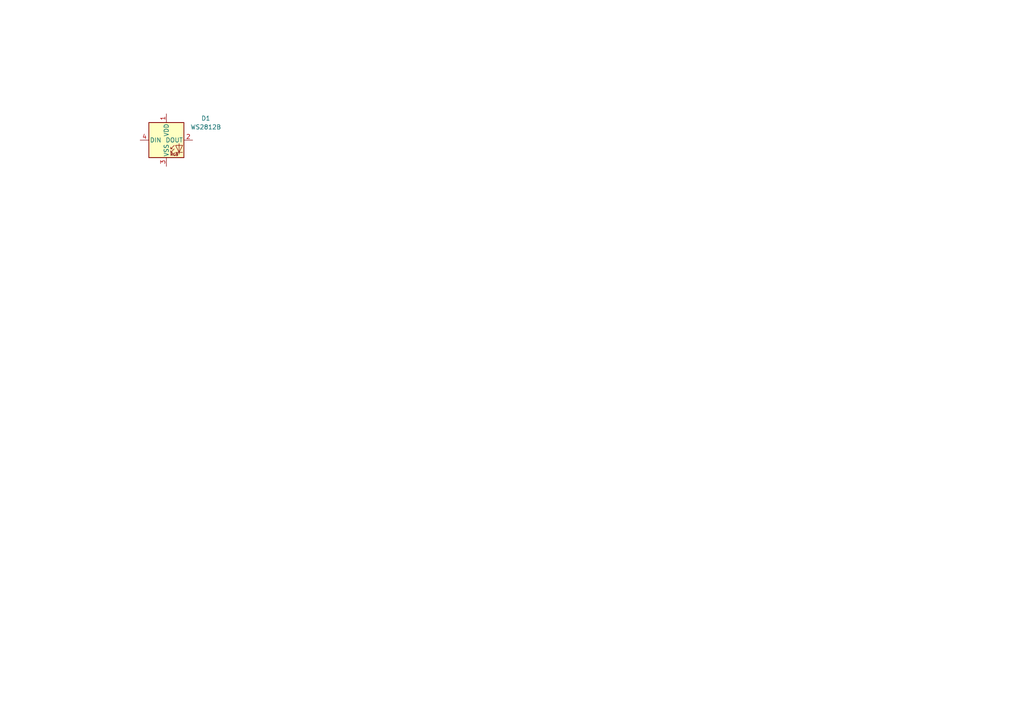
<source format=kicad_sch>
(kicad_sch (version 20231120) (generator "eeschema") (generator_version "8.0")
  (paper "A4")
  (lib_symbols
    (symbol "LED:WS2812B" (pin_names (offset 0.254))
      (property "Reference" "D" (at 5.08 5.715 0))
      (property "Value" "WS2812B" (at 1.27 -5.715 0))
      (symbol "WS2812B_0_0"
        (text "RGB" (at 2.286 -4.191 0) (effects (font (size 0.762 0.762))))
      )
      (symbol "WS2812B_0_1"
        (polyline (pts (xy 1.27 -3.556) (xy 1.778 -3.556)))
        (polyline (pts (xy 1.27 -2.54) (xy 1.778 -2.54)))
        (polyline (pts (xy 4.699 -3.556) (xy 2.667 -3.556)))
        (polyline (pts (xy 2.286 -2.54) (xy 1.27 -3.556) (xy 1.27 -3.048)))
        (polyline (pts (xy 2.286 -1.524) (xy 1.27 -2.54) (xy 1.27 -2.032)))
        (polyline (pts (xy 3.683 -1.016) (xy 3.683 -3.556) (xy 3.683 -4.064)))
        (polyline (pts (xy 4.699 -1.524) (xy 2.667 -1.524) (xy 3.683 -3.556) (xy 4.699 -1.524)))
        (rectangle (start 5.08 5.08) (end -5.08 -5.08) (stroke (width 0.254)) (fill (type background)))
      )
      (symbol "WS2812B_1_1"
        (pin power_in line (at 0 7.62 270) (length 2.54) (name "VDD") (number "1"))
        (pin output line (at 7.62 0 180) (length 2.54) (name "DOUT") (number "2"))
        (pin power_in line (at 0 -7.62 90) (length 2.54) (name "VSS") (number "3"))
        (pin input line (at -7.62 0 0) (length 2.54) (name "DIN") (number "4"))
      )
    )
  )
  (symbol (lib_id "LED:WS2812B") (at 48.26 40.64 0) (unit 1)
    (property "Reference" "D1" (at 59.69 34.3214 0))
    (property "Value" "WS2812B" (at 59.69 36.8614 0))
    (property "Footprint" "LED_SMD:LED_WS2812B_PLCC4_5.0x5.0mm_P3.2mm" (effects (hide yes)))
    (property "Datasheet" "https://cdn-shop.adafruit.com/datasheets/WS2812B.pdf" (effects (hide yes)))
    (property "Description" "RGB LED with integrated controller" (effects (hide yes)))
  )
)
</source>
